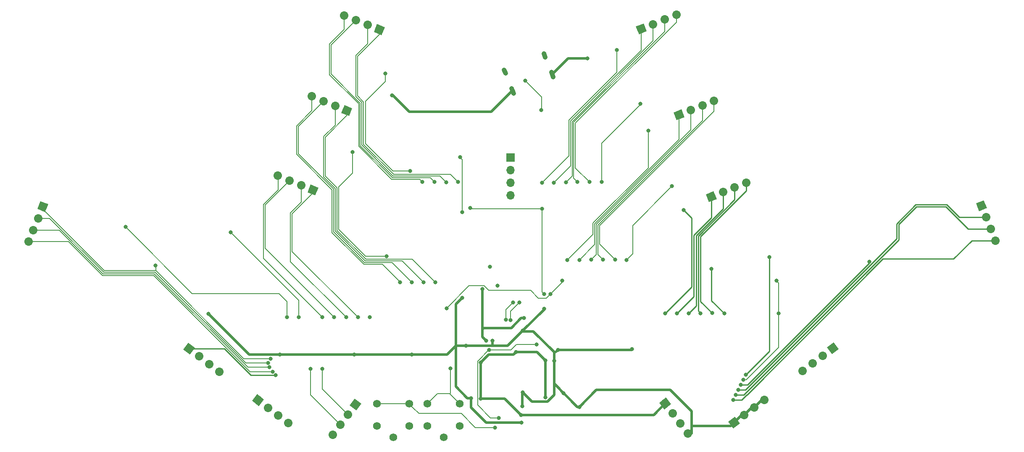
<source format=gbr>
G04 #@! TF.GenerationSoftware,KiCad,Pcbnew,(5.1.4)-1*
G04 #@! TF.CreationDate,2024-04-24T20:55:01-04:00*
G04 #@! TF.ProjectId,ThumbsUp,5468756d-6273-4557-902e-6b696361645f,rev?*
G04 #@! TF.SameCoordinates,Original*
G04 #@! TF.FileFunction,Copper,L1,Top*
G04 #@! TF.FilePolarity,Positive*
%FSLAX46Y46*%
G04 Gerber Fmt 4.6, Leading zero omitted, Abs format (unit mm)*
G04 Created by KiCad (PCBNEW (5.1.4)-1) date 2024-04-24 20:55:01*
%MOMM*%
%LPD*%
G04 APERTURE LIST*
%ADD10C,1.575000*%
%ADD11C,0.900000*%
%ADD12C,0.900000*%
%ADD13C,1.700000*%
%ADD14C,1.700000*%
%ADD15C,0.100000*%
%ADD16R,1.700000X1.700000*%
%ADD17O,1.700000X1.700000*%
%ADD18C,0.800000*%
%ADD19C,0.508000*%
%ADD20C,0.200000*%
%ADD21C,0.250000*%
%ADD22C,0.254000*%
G04 APERTURE END LIST*
D10*
X133150000Y-229000000D03*
X136400000Y-226750000D03*
X136400000Y-222250000D03*
X129900000Y-226750000D03*
X129900000Y-222250000D03*
X123000000Y-229000000D03*
X126250000Y-226750000D03*
X126250000Y-222250000D03*
X119750000Y-226750000D03*
X119750000Y-222250000D03*
D11*
X153466315Y-152014808D03*
D12*
X153316472Y-151643934D02*
X153616158Y-152385682D01*
D11*
X145455447Y-155251409D03*
D12*
X145305604Y-154880535D02*
X145605290Y-155622283D01*
D11*
X155028425Y-155881164D03*
D12*
X154822391Y-155371213D02*
X155234459Y-156391115D01*
D11*
X147017556Y-159117765D03*
D12*
X146811522Y-158607814D02*
X147223590Y-159627716D01*
D13*
X194165141Y-177645498D03*
D14*
X194165141Y-177645498D02*
X194165141Y-177645498D01*
D13*
X191810094Y-178596999D03*
D14*
X191810094Y-178596999D02*
X191810094Y-178596999D01*
D13*
X189455047Y-179548499D03*
D14*
X189455047Y-179548499D02*
X189455047Y-179548499D01*
D13*
X187100000Y-180500000D03*
D15*
G36*
X188206522Y-180969691D02*
G01*
X186630309Y-181606522D01*
X185993478Y-180030309D01*
X187569691Y-179393478D01*
X188206522Y-180969691D01*
X188206522Y-180969691D01*
G37*
D13*
X241528381Y-182311090D03*
D15*
G36*
X241058690Y-183417612D02*
G01*
X240421859Y-181841399D01*
X241998072Y-181204568D01*
X242634903Y-182780781D01*
X241058690Y-183417612D01*
X241058690Y-183417612D01*
G37*
D13*
X242479882Y-184666137D03*
D14*
X242479882Y-184666137D02*
X242479882Y-184666137D01*
D13*
X243431382Y-187021184D03*
D14*
X243431382Y-187021184D02*
X243431382Y-187021184D01*
D13*
X244382883Y-189376231D03*
D14*
X244382883Y-189376231D02*
X244382883Y-189376231D01*
D13*
X172994345Y-146690649D03*
D15*
G36*
X174100867Y-147160340D02*
G01*
X172524654Y-147797171D01*
X171887823Y-146220958D01*
X173464036Y-145584127D01*
X174100867Y-147160340D01*
X174100867Y-147160340D01*
G37*
D13*
X175349392Y-145739148D03*
D14*
X175349392Y-145739148D02*
X175349392Y-145739148D01*
D13*
X177704439Y-144787648D03*
D14*
X177704439Y-144787648D02*
X177704439Y-144787648D01*
D13*
X180059486Y-143836147D03*
D14*
X180059486Y-143836147D02*
X180059486Y-143836147D01*
D13*
X180600000Y-164000000D03*
D15*
G36*
X181706522Y-164469691D02*
G01*
X180130309Y-165106522D01*
X179493478Y-163530309D01*
X181069691Y-162893478D01*
X181706522Y-164469691D01*
X181706522Y-164469691D01*
G37*
D13*
X182955047Y-163048499D03*
D14*
X182955047Y-163048499D02*
X182955047Y-163048499D01*
D13*
X185310094Y-162096999D03*
D14*
X185310094Y-162096999D02*
X185310094Y-162096999D01*
D13*
X187665141Y-161145498D03*
D14*
X187665141Y-161145498D02*
X187665141Y-161145498D01*
D13*
X182393643Y-228262834D03*
D14*
X182393643Y-228262834D02*
X182393643Y-228262834D01*
D13*
X180865033Y-226234299D03*
D14*
X180865033Y-226234299D02*
X180865033Y-226234299D01*
D13*
X179336423Y-224205765D03*
D14*
X179336423Y-224205765D02*
X179336423Y-224205765D01*
D13*
X177807813Y-222177231D03*
D15*
G36*
X177640516Y-223367614D02*
G01*
X176617430Y-222009934D01*
X177975110Y-220986848D01*
X178998196Y-222344528D01*
X177640516Y-223367614D01*
X177640516Y-223367614D01*
G37*
D13*
X205515141Y-215597906D03*
D14*
X205515141Y-215597906D02*
X205515141Y-215597906D01*
D13*
X207543676Y-214069296D03*
D14*
X207543676Y-214069296D02*
X207543676Y-214069296D01*
D13*
X209572210Y-212540686D03*
D14*
X209572210Y-212540686D02*
X209572210Y-212540686D01*
D13*
X211600744Y-211012076D03*
D15*
G36*
X210410361Y-210844779D02*
G01*
X211768041Y-209821693D01*
X212791127Y-211179373D01*
X211433447Y-212202459D01*
X210410361Y-210844779D01*
X210410361Y-210844779D01*
G37*
D13*
X87992618Y-215751511D03*
D14*
X87992618Y-215751511D02*
X87992618Y-215751511D01*
D13*
X85964083Y-214222901D03*
D14*
X85964083Y-214222901D02*
X85964083Y-214222901D01*
D13*
X83935549Y-212694291D03*
D14*
X83935549Y-212694291D02*
X83935549Y-212694291D01*
D13*
X81907015Y-211165681D03*
D15*
G36*
X82074312Y-212356064D02*
G01*
X80716632Y-211332978D01*
X81739718Y-209975298D01*
X83097398Y-210998384D01*
X82074312Y-212356064D01*
X82074312Y-212356064D01*
G37*
D13*
X52395205Y-182503276D03*
D15*
G36*
X51288683Y-182972967D02*
G01*
X51925514Y-181396754D01*
X53501727Y-182033585D01*
X52864896Y-183609798D01*
X51288683Y-182972967D01*
X51288683Y-182972967D01*
G37*
D13*
X51443704Y-184858323D03*
D14*
X51443704Y-184858323D02*
X51443704Y-184858323D01*
D13*
X50492204Y-187213370D03*
D14*
X50492204Y-187213370D02*
X50492204Y-187213370D01*
D13*
X49540703Y-189568417D03*
D14*
X49540703Y-189568417D02*
X49540703Y-189568417D01*
D13*
X120197799Y-146824591D03*
D15*
G36*
X119728108Y-145718069D02*
G01*
X121304321Y-146354900D01*
X120667490Y-147931113D01*
X119091277Y-147294282D01*
X119728108Y-145718069D01*
X119728108Y-145718069D01*
G37*
D13*
X117842752Y-145873090D03*
D14*
X117842752Y-145873090D02*
X117842752Y-145873090D01*
D13*
X115487705Y-144921590D03*
D14*
X115487705Y-144921590D02*
X115487705Y-144921590D01*
D13*
X113132658Y-143970089D03*
D14*
X113132658Y-143970089D02*
X113132658Y-143970089D01*
D13*
X113658765Y-163138249D03*
D15*
G36*
X113189074Y-162031727D02*
G01*
X114765287Y-162668558D01*
X114128456Y-164244771D01*
X112552243Y-163607940D01*
X113189074Y-162031727D01*
X113189074Y-162031727D01*
G37*
D13*
X111303718Y-162186748D03*
D14*
X111303718Y-162186748D02*
X111303718Y-162186748D01*
D13*
X108948671Y-161235248D03*
D14*
X108948671Y-161235248D02*
X108948671Y-161235248D01*
D13*
X106593624Y-160283747D03*
D14*
X106593624Y-160283747D02*
X106593624Y-160283747D01*
D13*
X99778867Y-176283747D03*
D14*
X99778867Y-176283747D02*
X99778867Y-176283747D01*
D13*
X102133914Y-177235248D03*
D14*
X102133914Y-177235248D02*
X102133914Y-177235248D01*
D13*
X104488961Y-178186748D03*
D14*
X104488961Y-178186748D02*
X104488961Y-178186748D01*
D13*
X106844008Y-179138249D03*
D15*
G36*
X106374317Y-178031727D02*
G01*
X107950530Y-178668558D01*
X107313699Y-180244771D01*
X105737486Y-179607940D01*
X106374317Y-178031727D01*
X106374317Y-178031727D01*
G37*
D13*
X101828320Y-226087050D03*
D14*
X101828320Y-226087050D02*
X101828320Y-226087050D01*
D13*
X99799785Y-224558440D03*
D14*
X99799785Y-224558440D02*
X99799785Y-224558440D01*
D13*
X97771251Y-223029830D03*
D14*
X97771251Y-223029830D02*
X97771251Y-223029830D01*
D13*
X95742717Y-221501220D03*
D15*
G36*
X95910014Y-222691603D02*
G01*
X94552334Y-221668517D01*
X95575420Y-220310837D01*
X96933100Y-221333923D01*
X95910014Y-222691603D01*
X95910014Y-222691603D01*
G37*
D16*
X146658765Y-172638249D03*
D17*
X146658765Y-175178249D03*
X146658765Y-177718249D03*
X146658765Y-180258249D03*
D13*
X191716901Y-226026163D03*
D15*
G36*
X192907284Y-226193460D02*
G01*
X191549604Y-227216546D01*
X190526518Y-225858866D01*
X191884198Y-224835780D01*
X192907284Y-226193460D01*
X192907284Y-226193460D01*
G37*
D13*
X193745435Y-224497553D03*
D14*
X193745435Y-224497553D02*
X193745435Y-224497553D01*
D13*
X195773969Y-222968943D03*
D14*
X195773969Y-222968943D02*
X195773969Y-222968943D01*
D13*
X197802504Y-221440333D03*
D14*
X197802504Y-221440333D02*
X197802504Y-221440333D01*
D13*
X110834284Y-228461436D03*
D14*
X110834284Y-228461436D02*
X110834284Y-228461436D01*
D13*
X112362894Y-226432901D03*
D14*
X112362894Y-226432901D02*
X112362894Y-226432901D01*
D13*
X113891504Y-224404367D03*
D14*
X113891504Y-224404367D02*
X113891504Y-224404367D01*
D13*
X115420114Y-222375833D03*
D15*
G36*
X114229731Y-222543130D02*
G01*
X115252817Y-221185450D01*
X116610497Y-222208536D01*
X115587411Y-223566216D01*
X114229731Y-222543130D01*
X114229731Y-222543130D01*
G37*
D18*
X148844000Y-226060000D03*
X149098000Y-207518000D03*
X143002000Y-209550000D03*
X142494000Y-194622000D03*
X136906000Y-200914000D03*
X137668000Y-210566000D03*
X160528000Y-222885000D03*
X149002895Y-222688945D03*
X155448000Y-213614000D03*
X138684000Y-221107004D03*
X157353000Y-220091000D03*
X149098000Y-219964020D03*
X156215910Y-211345040D03*
X143002000Y-209550000D03*
X149098000Y-207518000D03*
X148844000Y-226060000D03*
X122800000Y-160100000D03*
X162100000Y-152650000D03*
X85800000Y-204100000D03*
X115150000Y-212300000D03*
X126750000Y-212300000D03*
X100200000Y-212300000D03*
X171100000Y-211200000D03*
X153400000Y-203050000D03*
X143980000Y-198450000D03*
X128900000Y-177550000D03*
X153416000Y-200152000D03*
X153000000Y-182900000D03*
X138549986Y-182800014D03*
X131300000Y-177500000D03*
X133700000Y-177600000D03*
X136050000Y-177550000D03*
X124400000Y-197750000D03*
X154686000Y-200106010D03*
X133750000Y-203000000D03*
X157050000Y-197450000D03*
X126750000Y-197750000D03*
X129100000Y-197750000D03*
X131500000Y-197750000D03*
X108743750Y-204787500D03*
X111125000Y-204787500D03*
X113506250Y-204787500D03*
X115887500Y-204787500D03*
X103981250Y-204787500D03*
X90300000Y-187700000D03*
X101600000Y-204787500D03*
X69050000Y-186600000D03*
X126450000Y-175350000D03*
X121400000Y-155700000D03*
X121650000Y-192491967D03*
X114850000Y-171500000D03*
X136950000Y-183650000D03*
X136500000Y-172550000D03*
X118268750Y-204787500D03*
X153000000Y-177650000D03*
X168050000Y-150900000D03*
X158100000Y-193250000D03*
X174400000Y-167200000D03*
X177800000Y-203993750D03*
X181500000Y-183200000D03*
X165000000Y-177550000D03*
X172800000Y-161800000D03*
X170000000Y-193250000D03*
X179150000Y-178400008D03*
X189706250Y-203993750D03*
X187150000Y-195050000D03*
X162550000Y-177550000D03*
X160150000Y-177550000D03*
X157800000Y-177600000D03*
X155400000Y-177650000D03*
X167700000Y-193150000D03*
X165300000Y-193150000D03*
X162900000Y-193200000D03*
X160500000Y-193250000D03*
X187283098Y-203951848D03*
X184943750Y-203993750D03*
X182562500Y-203993750D03*
X180181250Y-203993750D03*
X98263033Y-213166187D03*
X75100000Y-194350000D03*
X97825061Y-213983213D03*
X99331698Y-216472275D03*
X194056000Y-216408006D03*
X198823946Y-192676054D03*
X193541787Y-217433320D03*
X200200000Y-197450000D03*
X200650000Y-204050000D03*
X193039996Y-218440000D03*
X218924959Y-193582637D03*
X192532000Y-219456000D03*
X141732000Y-209550000D03*
X140658000Y-213926000D03*
X148749977Y-224473011D03*
X153670000Y-213487000D03*
X140658000Y-221176000D03*
X153670000Y-220980000D03*
X140990000Y-199076000D03*
X149352000Y-204978000D03*
X147778672Y-211786672D03*
X141732000Y-209550000D03*
X140658000Y-213926000D03*
X144272000Y-225063000D03*
X142367000Y-211420000D03*
X151892000Y-210312000D03*
X147166000Y-201810990D03*
X145750000Y-205250000D03*
X148436008Y-201810990D03*
X146675585Y-205351422D03*
X98044000Y-214884000D03*
X98701468Y-215791519D03*
X192033796Y-220465080D03*
X191516000Y-221488000D03*
X149627663Y-157133003D03*
X152850000Y-163000000D03*
X108750000Y-215200000D03*
X106350000Y-215200000D03*
X134500000Y-215150000D03*
X143510000Y-227076000D03*
D19*
X139700000Y-224028000D02*
X138938000Y-223266000D01*
X141732000Y-226060000D02*
X138938000Y-223266000D01*
X143002000Y-210566000D02*
X145542000Y-210566000D01*
X155448000Y-213614000D02*
X155448000Y-216662000D01*
X149497999Y-220364019D02*
X149098000Y-219964020D01*
X163957000Y-219456000D02*
X178816000Y-219456000D01*
X160528000Y-222885000D02*
X163957000Y-219456000D01*
X178816000Y-219456000D02*
X183134000Y-223774000D01*
X183134000Y-223774000D02*
X183134000Y-227522477D01*
X183134000Y-227522477D02*
X182393643Y-228262834D01*
X156215910Y-211345040D02*
X155724950Y-211836000D01*
X155724950Y-211836000D02*
X155448000Y-211836000D01*
X155448000Y-220465924D02*
X154079922Y-221834002D01*
X149002895Y-220059125D02*
X149098000Y-219964020D01*
X155448000Y-218186000D02*
X155448000Y-220465924D01*
X154079922Y-221834002D02*
X150967982Y-221834002D01*
X149002895Y-222688945D02*
X149002895Y-220059125D01*
X138557000Y-210566000D02*
X135636000Y-210566000D01*
X135636000Y-202184000D02*
X135636000Y-210566000D01*
X136906000Y-200914000D02*
X135636000Y-202184000D01*
X135636000Y-210566000D02*
X137668000Y-210566000D01*
X155448000Y-218186000D02*
X157353000Y-220091000D01*
X138684000Y-223012000D02*
X138684000Y-221107004D01*
X138557000Y-210566000D02*
X143002000Y-210566000D01*
X137668000Y-210566000D02*
X138557000Y-210566000D01*
X155448000Y-211836000D02*
X155448000Y-213614000D01*
X160147000Y-222885000D02*
X155448000Y-218186000D01*
X160528000Y-222885000D02*
X160147000Y-222885000D01*
X148971000Y-207645000D02*
X151257000Y-207645000D01*
X146050000Y-210566000D02*
X148971000Y-207645000D01*
X151257000Y-207645000D02*
X155448000Y-211836000D01*
X143002000Y-210566000D02*
X143002000Y-209550000D01*
X146050000Y-210566000D02*
X149098000Y-207518000D01*
X138938000Y-223266000D02*
X138684000Y-223012000D01*
X148844000Y-226060000D02*
X141732000Y-226060000D01*
X150967982Y-221834002D02*
X149497999Y-220364019D01*
X155448000Y-218186000D02*
X155448000Y-216662000D01*
X145542000Y-210566000D02*
X146050000Y-210566000D01*
X191039244Y-226703820D02*
X191716901Y-226026163D01*
X183134000Y-226703820D02*
X191039244Y-226703820D01*
X182393643Y-228262834D02*
X183134000Y-228262834D01*
X183134000Y-228262834D02*
X183134000Y-226703820D01*
X197302579Y-221440333D02*
X195773969Y-222968943D01*
X197802504Y-221440333D02*
X197302579Y-221440333D01*
X195274045Y-222968943D02*
X193745435Y-224497553D01*
X195773969Y-222968943D02*
X195274045Y-222968943D01*
X193245511Y-224497553D02*
X191716901Y-226026163D01*
X193745435Y-224497553D02*
X193245511Y-224497553D01*
X137957004Y-221107004D02*
X138684000Y-221107004D01*
X135636000Y-210566000D02*
X135636000Y-218786000D01*
X135636000Y-218786000D02*
X137957004Y-221107004D01*
X147017556Y-159117765D02*
X142735321Y-163400000D01*
X142735321Y-163400000D02*
X126200000Y-163400000D01*
X126200000Y-163400000D02*
X122900000Y-160100000D01*
X122900000Y-160100000D02*
X122800000Y-160100000D01*
X155028425Y-155881164D02*
X158259589Y-152650000D01*
X158259589Y-152650000D02*
X162100000Y-152650000D01*
X94000000Y-212300000D02*
X85800000Y-204100000D01*
X135636000Y-210566000D02*
X133902000Y-212300000D01*
X126750000Y-212300000D02*
X115150000Y-212300000D01*
X133902000Y-212300000D02*
X126750000Y-212300000D01*
X100200000Y-212300000D02*
X94000000Y-212300000D01*
X115150000Y-212300000D02*
X100200000Y-212300000D01*
X156215910Y-211345040D02*
X170954960Y-211345040D01*
X170954960Y-211345040D02*
X171100000Y-211200000D01*
X149098000Y-207518000D02*
X153400000Y-203216000D01*
X153400000Y-203216000D02*
X153400000Y-203050000D01*
D20*
X113100000Y-144002747D02*
X113132658Y-143970089D01*
X113100000Y-146800000D02*
X113100000Y-144002747D01*
X110172989Y-149727011D02*
X113100000Y-146800000D01*
X128350000Y-177000000D02*
X122700148Y-177000000D01*
X128900000Y-177550000D02*
X128350000Y-177000000D01*
X122700148Y-177000000D02*
X116050000Y-170349852D01*
X116050000Y-170349852D02*
X116050000Y-161800000D01*
X116050000Y-161800000D02*
X110172989Y-155922989D01*
X110172989Y-155922989D02*
X110172989Y-149727011D01*
X153000000Y-182900000D02*
X138649972Y-182900000D01*
X138649972Y-182900000D02*
X138549986Y-182800014D01*
X153000000Y-199736000D02*
X153000000Y-182900000D01*
X153416000Y-200152000D02*
X153000000Y-199736000D01*
X131300000Y-177500000D02*
X130472989Y-176672989D01*
X130472989Y-176672989D02*
X122835600Y-176672989D01*
X122835600Y-176672989D02*
X116377011Y-170214400D01*
X116377011Y-161664548D02*
X110500000Y-155787537D01*
X114637706Y-145771589D02*
X115487705Y-144921590D01*
X110500000Y-149909295D02*
X114637706Y-145771589D01*
X116377011Y-170214400D02*
X116377011Y-161664548D01*
X110500000Y-155787537D02*
X110500000Y-149909295D01*
X117842752Y-147075171D02*
X117842752Y-145873090D01*
X117842752Y-149657248D02*
X117842752Y-147075171D01*
X132445978Y-176345978D02*
X122971052Y-176345978D01*
X115472989Y-152027011D02*
X117842752Y-149657248D01*
X133700000Y-177600000D02*
X132445978Y-176345978D01*
X116704022Y-170078948D02*
X116704022Y-161529096D01*
X116704022Y-161529096D02*
X115472989Y-160298063D01*
X122971052Y-176345978D02*
X116704022Y-170078948D01*
X115472989Y-160298063D02*
X115472989Y-152027011D01*
X115800000Y-152239144D02*
X120197799Y-147841345D01*
X117031033Y-161393644D02*
X115800000Y-160162611D01*
X136050000Y-177550000D02*
X134518967Y-176018967D01*
X134518967Y-176018967D02*
X123106504Y-176018967D01*
X123106504Y-176018967D02*
X117031033Y-169943496D01*
X117031033Y-169943496D02*
X117031033Y-161393644D01*
X120197799Y-147841345D02*
X120197799Y-146824591D01*
X115800000Y-160162611D02*
X115800000Y-152239144D01*
X106600000Y-163150000D02*
X106600000Y-160290123D01*
X103522989Y-166227011D02*
X106600000Y-163150000D01*
X103522989Y-171960377D02*
X103522989Y-166227011D01*
X124400000Y-197700000D02*
X120850000Y-194150000D01*
X120850000Y-194150000D02*
X117100000Y-194150000D01*
X106600000Y-160290123D02*
X106593624Y-160283747D01*
X117100000Y-194150000D02*
X110691956Y-187741956D01*
X124400000Y-197750000D02*
X124400000Y-197700000D01*
X110691956Y-187741956D02*
X110691956Y-179129344D01*
X110691956Y-179129344D02*
X103522989Y-171960377D01*
X154656250Y-200076260D02*
X154686000Y-200106010D01*
X153842010Y-200950000D02*
X152253618Y-200950000D01*
X154686000Y-200106010D02*
X153842010Y-200950000D01*
X152253618Y-200950000D02*
X150680579Y-199376961D01*
X150680579Y-199376961D02*
X142218923Y-199376961D01*
X142218923Y-199376961D02*
X141290961Y-198448999D01*
X138301001Y-198448999D02*
X133750000Y-203000000D01*
X141290961Y-198448999D02*
X138301001Y-198448999D01*
X154686000Y-200106010D02*
X157050000Y-197742010D01*
X157050000Y-197742010D02*
X157050000Y-197450000D01*
X103850000Y-166362462D02*
X108098672Y-162113790D01*
X103850000Y-171824925D02*
X103850000Y-166362462D01*
X111018967Y-178993892D02*
X103850000Y-171824925D01*
X111018967Y-187581433D02*
X111018967Y-178993892D01*
X117210523Y-193772989D02*
X111018967Y-187581433D01*
X126750000Y-197750000D02*
X122772989Y-193772989D01*
X108098672Y-162113790D02*
X108098672Y-162085247D01*
X122772989Y-193772989D02*
X117210523Y-193772989D01*
X108098672Y-162085247D02*
X108948671Y-161235248D01*
X129100000Y-197750000D02*
X124795978Y-193445978D01*
X111345978Y-178858440D02*
X108972989Y-176485452D01*
X117345975Y-193445978D02*
X111345978Y-187445981D01*
X124795978Y-193445978D02*
X117345975Y-193445978D01*
X111345978Y-187445981D02*
X111345978Y-178858440D01*
X108972989Y-176485452D02*
X108972989Y-168377011D01*
X108972989Y-168377011D02*
X111303718Y-166046282D01*
X111303718Y-166046282D02*
X111303718Y-163388829D01*
X111303718Y-163388829D02*
X111303718Y-162186748D01*
X113658765Y-164155003D02*
X113658765Y-163138249D01*
X109300000Y-168513768D02*
X113658765Y-164155003D01*
X131500000Y-197750000D02*
X126868967Y-193118967D01*
X126868967Y-193118967D02*
X117481427Y-193118967D01*
X117481427Y-193118967D02*
X111672989Y-187310529D01*
X111672989Y-187310529D02*
X111672989Y-178722989D01*
X111672989Y-178722989D02*
X109300000Y-176350000D01*
X109300000Y-176350000D02*
X109300000Y-168513768D01*
X99800000Y-176304880D02*
X99778867Y-176283747D01*
X96872989Y-182077011D02*
X99800000Y-179150000D01*
X96872989Y-192916739D02*
X96872989Y-182077011D01*
X99800000Y-179150000D02*
X99800000Y-176304880D01*
X108743750Y-204787500D02*
X96872989Y-192916739D01*
X102133914Y-177278548D02*
X102133914Y-177235248D01*
X97200000Y-182212462D02*
X102133914Y-177278548D01*
X111125000Y-204787500D02*
X97200000Y-190862500D01*
X97200000Y-190862500D02*
X97200000Y-182212462D01*
X104488961Y-181611036D02*
X104488961Y-179388829D01*
X102322989Y-183777008D02*
X104488961Y-181611036D01*
X102322989Y-193604239D02*
X102322989Y-183777008D01*
X113506250Y-204787500D02*
X102322989Y-193604239D01*
X104488961Y-179388829D02*
X104488961Y-178186748D01*
X106850000Y-179144241D02*
X106844008Y-179138249D01*
X106850000Y-179712460D02*
X106850000Y-179144241D01*
X102650000Y-183912460D02*
X106850000Y-179712460D01*
X102650000Y-191550000D02*
X102650000Y-183912460D01*
X115887500Y-204787500D02*
X102650000Y-191550000D01*
X103981250Y-204787500D02*
X103981250Y-201381250D01*
X103981250Y-201381250D02*
X90300000Y-187700000D01*
X82475000Y-200025000D02*
X69050000Y-186600000D01*
X99975000Y-200025000D02*
X82475000Y-200025000D01*
X101600000Y-204787500D02*
X101600000Y-201650000D01*
X101600000Y-201650000D02*
X99975000Y-200025000D01*
X121400000Y-157300000D02*
X121400000Y-155700000D01*
X117400000Y-161300000D02*
X121400000Y-157300000D01*
X126450000Y-175350000D02*
X122900000Y-175350000D01*
X122900000Y-175350000D02*
X117400000Y-169850000D01*
X117400000Y-169850000D02*
X117400000Y-161300000D01*
X114850000Y-175700000D02*
X114850000Y-171500000D01*
X112000000Y-178550000D02*
X114850000Y-175700000D01*
X112000000Y-187050000D02*
X112000000Y-178550000D01*
X121650000Y-192491967D02*
X117441967Y-192491967D01*
X117441967Y-192491967D02*
X112000000Y-187050000D01*
X136950000Y-183650000D02*
X136950000Y-173000000D01*
X136950000Y-173000000D02*
X136500000Y-172550000D01*
X168050000Y-155450000D02*
X168050000Y-150900000D01*
X158400000Y-165100000D02*
X168050000Y-155450000D01*
X158400000Y-172250000D02*
X158400000Y-165100000D01*
X153000000Y-177650000D02*
X158400000Y-172250000D01*
X163250000Y-185837540D02*
X174400000Y-174687540D01*
X163250000Y-188100000D02*
X163250000Y-185837540D01*
X158100000Y-193250000D02*
X163250000Y-188100000D01*
X174400000Y-174687540D02*
X174400000Y-167200000D01*
D21*
X183134000Y-198659750D02*
X177800000Y-203993750D01*
X181500000Y-183200000D02*
X183134000Y-184834000D01*
X183134000Y-184834000D02*
X183134000Y-198659750D01*
D20*
X172800000Y-161950000D02*
X172800000Y-161800000D01*
X165000000Y-177550000D02*
X165000000Y-169750000D01*
X165000000Y-169750000D02*
X172800000Y-161950000D01*
X171250000Y-186300008D02*
X178750001Y-178800007D01*
X178750001Y-178800007D02*
X179150000Y-178400008D01*
X171250000Y-192000000D02*
X171250000Y-186300008D01*
X170000000Y-193250000D02*
X171250000Y-192000000D01*
D21*
X187150000Y-201437500D02*
X187150000Y-195050000D01*
X189706250Y-203993750D02*
X187150000Y-201437500D01*
D20*
X162550000Y-177550000D02*
X159708044Y-174708044D01*
X180059486Y-145038228D02*
X180059486Y-143836147D01*
X159708044Y-174708044D02*
X159708044Y-165666882D01*
X159708044Y-165666882D02*
X180059486Y-145315440D01*
X180059486Y-145315440D02*
X180059486Y-145038228D01*
X177704439Y-145989729D02*
X177704439Y-144787648D01*
X159381033Y-176781033D02*
X159381033Y-165531430D01*
X177704439Y-147208024D02*
X177704439Y-145989729D01*
X159381033Y-165531430D02*
X177704439Y-147208024D01*
X160150000Y-177550000D02*
X159381033Y-176781033D01*
X175349392Y-149100608D02*
X175349392Y-146941229D01*
X159054022Y-165395980D02*
X175349392Y-149100608D01*
X159054022Y-176345978D02*
X159054022Y-165395980D01*
X175349392Y-146941229D02*
X175349392Y-145739148D01*
X157800000Y-177600000D02*
X159054022Y-176345978D01*
X158727011Y-174322989D02*
X158727011Y-165260529D01*
X158727011Y-165260529D02*
X172994345Y-150993195D01*
X155400000Y-177650000D02*
X158727011Y-174322989D01*
X172994345Y-150993195D02*
X172994345Y-147707403D01*
X172994345Y-147707403D02*
X172994345Y-146690649D01*
X187665141Y-162347579D02*
X187665141Y-161145498D01*
X187665141Y-163272248D02*
X187665141Y-162347579D01*
X164600000Y-186337389D02*
X187665141Y-163272248D01*
X164600000Y-190050000D02*
X164600000Y-186337389D01*
X167700000Y-193150000D02*
X164600000Y-190050000D01*
X164272989Y-186201937D02*
X185310094Y-165164830D01*
X185310094Y-165164830D02*
X185310094Y-163299080D01*
X164272989Y-192122989D02*
X164272989Y-186201937D01*
X185310094Y-163299080D02*
X185310094Y-162096999D01*
X165300000Y-193150000D02*
X164272989Y-192122989D01*
X163904022Y-186108441D02*
X182955047Y-167057415D01*
X163904022Y-192195978D02*
X163904022Y-186108441D01*
X182955047Y-164250580D02*
X182955047Y-163048499D01*
X182955047Y-167057415D02*
X182955047Y-164250580D01*
X162900000Y-193200000D02*
X163904022Y-192195978D01*
X160500000Y-193250000D02*
X163577011Y-190172989D01*
X163577011Y-190172989D02*
X163577011Y-185972991D01*
X163577011Y-185972991D02*
X180600000Y-168950000D01*
X180600000Y-168950000D02*
X180600000Y-165016754D01*
X180600000Y-165016754D02*
X180600000Y-164000000D01*
D21*
X184943750Y-201612500D02*
X187283098Y-203951848D01*
X184943750Y-188506250D02*
X184943750Y-201612500D01*
X194165141Y-177645498D02*
X194165141Y-179284859D01*
X194165141Y-179284859D02*
X184943750Y-188506250D01*
X184493739Y-203543739D02*
X184543751Y-203593751D01*
X184493739Y-188422609D02*
X184493739Y-203543739D01*
X191810094Y-181106254D02*
X184493739Y-188422609D01*
X191810094Y-178596999D02*
X191810094Y-181106254D01*
X184543751Y-203593751D02*
X184943750Y-203993750D01*
X189455047Y-182928127D02*
X184034022Y-188349152D01*
X189455047Y-179548499D02*
X189455047Y-182928127D01*
X184034022Y-188349152D02*
X184034022Y-202522228D01*
X184034022Y-202522228D02*
X182962499Y-203593751D01*
X182962499Y-203593751D02*
X182562500Y-203993750D01*
X183584011Y-188265989D02*
X183584011Y-200590989D01*
X187100000Y-180500000D02*
X187100000Y-184750000D01*
X187100000Y-184750000D02*
X183584011Y-188265989D01*
X183584011Y-200590989D02*
X180181250Y-203993750D01*
D20*
X98263033Y-213166187D02*
X92916187Y-213166187D01*
X92916187Y-213166187D02*
X75150000Y-195400000D01*
X75150000Y-195400000D02*
X75150000Y-194400000D01*
X75150000Y-194400000D02*
X75100000Y-194350000D01*
X52395205Y-182995205D02*
X52395205Y-182503276D01*
X75150000Y-195400000D02*
X64800000Y-195400000D01*
X64800000Y-195400000D02*
X52395205Y-182995205D01*
D22*
X97709848Y-213868000D02*
X97825061Y-213983213D01*
D20*
X52645785Y-184858323D02*
X51443704Y-184858323D01*
X53795860Y-184858323D02*
X52645785Y-184858323D01*
X64664548Y-195727011D02*
X53795860Y-184858323D01*
X75014549Y-195727011D02*
X64664548Y-195727011D01*
X97825061Y-213983213D02*
X93270751Y-213983213D01*
X93270751Y-213983213D02*
X75014549Y-195727011D01*
D21*
X89030476Y-211165681D02*
X94337070Y-216472275D01*
X98766013Y-216472275D02*
X99331698Y-216472275D01*
X81907015Y-211165681D02*
X89030476Y-211165681D01*
X94337070Y-216472275D02*
X98766013Y-216472275D01*
X198823946Y-192676054D02*
X198900000Y-192600000D01*
X194056000Y-216408006D02*
X198823946Y-211640060D01*
X198823946Y-211640060D02*
X198823946Y-192676054D01*
D20*
X200650000Y-204615685D02*
X200650000Y-204050000D01*
X193541787Y-217433320D02*
X194107472Y-217433320D01*
X194107472Y-217433320D02*
X200650000Y-210890792D01*
X200650000Y-210890792D02*
X200650000Y-204615685D01*
X200650000Y-203484315D02*
X200650000Y-204050000D01*
X200650000Y-197900000D02*
X200650000Y-203484315D01*
X200200000Y-197450000D02*
X200650000Y-197900000D01*
D21*
X194367677Y-218440000D02*
X193605681Y-218440000D01*
X193605681Y-218440000D02*
X193039996Y-218440000D01*
X218978839Y-193828839D02*
X194367677Y-218440000D01*
D20*
X218978839Y-193636517D02*
X218924959Y-193582637D01*
X218978839Y-193828839D02*
X218978839Y-193636517D01*
D21*
X218924959Y-193774959D02*
X218924959Y-193582637D01*
X218978839Y-193828839D02*
X218924959Y-193774959D01*
X237066137Y-184666137D02*
X234522989Y-182122989D01*
X234522989Y-182122989D02*
X228293836Y-182122990D01*
X224472989Y-185943837D02*
X224472989Y-188956689D01*
X193097685Y-219456000D02*
X192532000Y-219456000D01*
X228293836Y-182122990D02*
X224472989Y-185943837D01*
X224472989Y-188956689D02*
X193973678Y-219456000D01*
X242479882Y-184666137D02*
X237066137Y-184666137D01*
X193973678Y-219456000D02*
X193097685Y-219456000D01*
X180865033Y-226234299D02*
X180849484Y-226218750D01*
D19*
X141223685Y-221176000D02*
X140658000Y-221176000D01*
X147221344Y-212344000D02*
X147378673Y-212186671D01*
X142240000Y-212344000D02*
X147221344Y-212344000D01*
X140658000Y-213926000D02*
X142240000Y-212344000D01*
X152019000Y-211836000D02*
X147828000Y-211836000D01*
X153670000Y-213487000D02*
X152019000Y-211836000D01*
X147828000Y-211836000D02*
X147778672Y-211786672D01*
X140970000Y-199096000D02*
X140970000Y-207264000D01*
X140970000Y-207264000D02*
X140970000Y-208788000D01*
X140990000Y-199076000D02*
X140970000Y-199096000D01*
X140970000Y-208788000D02*
X141732000Y-209550000D01*
X153670000Y-213487000D02*
X153670000Y-220980000D01*
X148749977Y-224473011D02*
X145452966Y-221176000D01*
X140658000Y-213926000D02*
X140658000Y-221176000D01*
X148749977Y-224473011D02*
X175512033Y-224473011D01*
X175512033Y-224473011D02*
X177807813Y-222177231D01*
X147378673Y-212186671D02*
X147778672Y-211786672D01*
X145452966Y-221176000D02*
X141223685Y-221176000D01*
X146814315Y-206950000D02*
X148786315Y-204978000D01*
X141284000Y-206950000D02*
X146814315Y-206950000D01*
X140970000Y-207264000D02*
X141284000Y-206950000D01*
X148786315Y-204978000D02*
X149352000Y-204978000D01*
D20*
X147828000Y-210312000D02*
X151326315Y-210312000D01*
X146720000Y-211420000D02*
X147828000Y-210312000D01*
X142367000Y-211420000D02*
X146720000Y-211420000D01*
X142367000Y-211328000D02*
X142367000Y-211420000D01*
X140030999Y-213664001D02*
X142367000Y-211328000D01*
X142594750Y-225063000D02*
X140030999Y-222499249D01*
X144272000Y-225063000D02*
X142594750Y-225063000D01*
X140030999Y-222499249D02*
X140030999Y-213664001D01*
X151326315Y-210312000D02*
X151892000Y-210312000D01*
D22*
X147166000Y-201856004D02*
X147166000Y-201810990D01*
X147165998Y-201856006D02*
X147166000Y-201856004D01*
D20*
X145750000Y-203226990D02*
X145750000Y-204684315D01*
X145750000Y-204684315D02*
X145750000Y-205250000D01*
X147166000Y-201810990D02*
X145750000Y-203226990D01*
X146675585Y-203571413D02*
X146675585Y-204785737D01*
X148436008Y-201810990D02*
X146675585Y-203571413D01*
X146675585Y-204785737D02*
X146675585Y-205351422D01*
X98044000Y-214884000D02*
X93709076Y-214884000D01*
X64529096Y-196054022D02*
X55688444Y-187213370D01*
X74879098Y-196054022D02*
X64529096Y-196054022D01*
X55688444Y-187213370D02*
X51694285Y-187213370D01*
X51694285Y-187213370D02*
X50492204Y-187213370D01*
X93709076Y-214884000D02*
X74879098Y-196054022D01*
X57581029Y-189568417D02*
X50742784Y-189568417D01*
X98701468Y-215791519D02*
X94154133Y-215791519D01*
X50742784Y-189568417D02*
X49540703Y-189568417D01*
X74762615Y-196400001D02*
X64412613Y-196400001D01*
X64412613Y-196400001D02*
X57581029Y-189568417D01*
X94154133Y-215791519D02*
X74762615Y-196400001D01*
D21*
X224850000Y-186100000D02*
X224850000Y-189216089D01*
X228450000Y-182500000D02*
X224850000Y-186100000D01*
X234366826Y-182500000D02*
X228450000Y-182500000D01*
X192599481Y-220465080D02*
X192033796Y-220465080D01*
X193601009Y-220465080D02*
X192599481Y-220465080D01*
X238888010Y-187021184D02*
X234366826Y-182500000D01*
X243431382Y-187021184D02*
X238888010Y-187021184D01*
X224850000Y-189216089D02*
X193601009Y-220465080D01*
D22*
X191516000Y-221488000D02*
X193214500Y-221488000D01*
X193214500Y-221488000D02*
X194271470Y-220431030D01*
D21*
X221652500Y-193050000D02*
X194277467Y-220425033D01*
X235900000Y-193050000D02*
X221652500Y-193050000D01*
X244382883Y-189376231D02*
X239573769Y-189376231D01*
X239573769Y-189376231D02*
X235900000Y-193050000D01*
D20*
X152900000Y-162950000D02*
X152850000Y-163000000D01*
X149627663Y-157133003D02*
X152900000Y-160405340D01*
X152900000Y-160405340D02*
X152900000Y-162950000D01*
X108750000Y-219262863D02*
X108750000Y-215200000D01*
X113891504Y-224404367D02*
X108750000Y-219262863D01*
X112362894Y-226432901D02*
X106350000Y-220420007D01*
X106350000Y-220420007D02*
X106350000Y-215200000D01*
X134366000Y-220216000D02*
X136400000Y-222250000D01*
X134350000Y-220200000D02*
X134366000Y-220216000D01*
X129900000Y-222250000D02*
X131950000Y-220200000D01*
X131950000Y-220200000D02*
X134350000Y-220200000D01*
X134366000Y-220216000D02*
X134500000Y-220082000D01*
X134500000Y-220082000D02*
X134500000Y-215715685D01*
X134500000Y-215715685D02*
X134500000Y-215150000D01*
X143484600Y-227101400D02*
X143510000Y-227076000D01*
X126250000Y-222250000D02*
X119750000Y-222250000D01*
X127037499Y-223037499D02*
X126250000Y-222250000D01*
X128200000Y-224200000D02*
X127037499Y-223037499D01*
X136700000Y-224200000D02*
X128200000Y-224200000D01*
X143510000Y-227076000D02*
X139576000Y-227076000D01*
X139576000Y-227076000D02*
X136700000Y-224200000D01*
M02*

</source>
